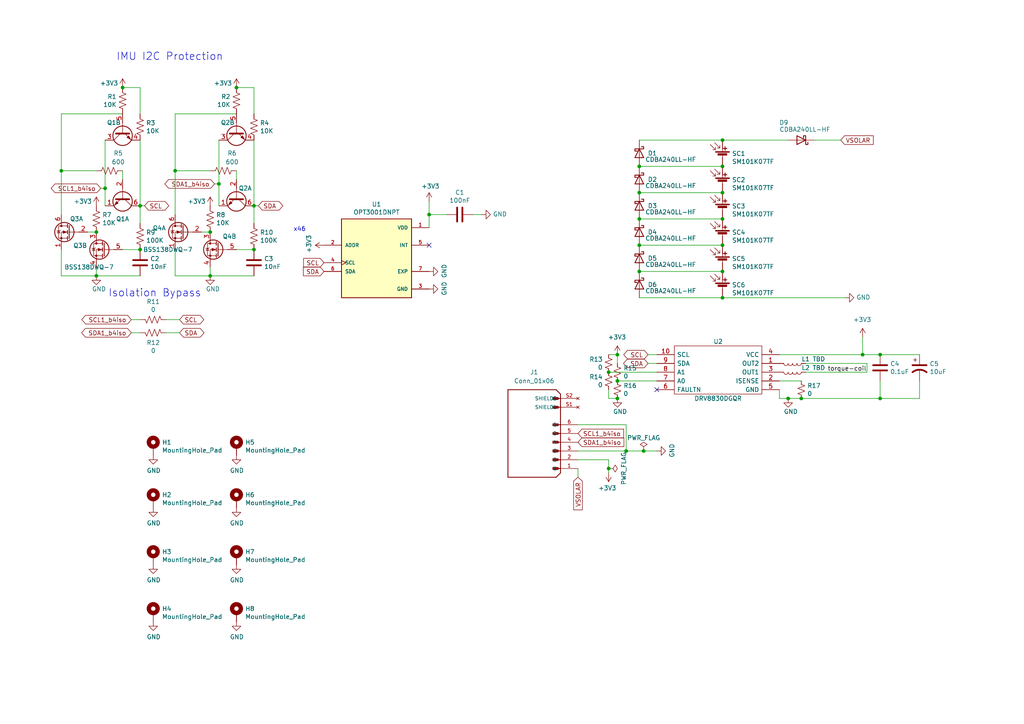
<source format=kicad_sch>
(kicad_sch (version 20211123) (generator eeschema)
  (paper "A4")
  (title_block (title "SolarPanel+-Y") (date "2021-07-30") (rev "0") (company "SSI Satellite Team") (comment 1 "Screw terminals to be taken off after this test board!"))
  (lib_symbols
    (symbol "Device:C" (pin_numbers hide) (pin_names (offset 0.254))
      (property "Reference" "C" (at 0.635 2.54 0))
      (property "Value" "Device_C" (at 0.635 -2.54 0))
      (symbol "C_0_1"
        (polyline (pts (xy -2.032 -0.762) (xy 2.032 -0.762)) (stroke (width 0.508)))
        (polyline (pts (xy -2.032 0.762) (xy 2.032 0.762)) (stroke (width 0.508)))
      )
      (symbol "C_1_1"
        (pin passive line (at 0 3.81 270) (length 2.794) (name "~") (number "1"))
        (pin passive line (at 0 -3.81 90) (length 2.794) (name "~") (number "2"))
      )
    )
    (symbol "Device:CP1" (pin_numbers hide) (pin_names (offset 0.254) hide)
      (property "Reference" "C" (at 0.635 2.54 0))
      (property "Value" "Device_CP1" (at 0.635 -2.54 0))
      (symbol "CP1_0_1"
        (polyline (pts (xy -2.032 0.762) (xy 2.032 0.762)) (stroke (width 0.508)))
        (polyline (pts (xy -1.778 2.286) (xy -0.762 2.286)))
        (polyline (pts (xy -1.27 1.778) (xy -1.27 2.794)))
        (arc (start 2.032 -1.27) (mid 0 -0.5572) (end -2.032 -1.27) (stroke (width 0.508)))
      )
      (symbol "CP1_1_1"
        (pin passive line (at 0 3.81 270) (length 2.794) (name "~") (number "1"))
        (pin passive line (at 0 -3.81 90) (length 3.302) (name "~") (number "2"))
      )
    )
    (symbol "Device:D_Schottky" (pin_numbers hide) (pin_names (offset 1.016) hide)
      (property "Reference" "D" (at 0 2.54 0))
      (property "Value" "Device_D_Schottky" (at 0 -2.54 0))
      (symbol "D_Schottky_0_1"
        (polyline (pts (xy 1.27 0) (xy -1.27 0)))
        (polyline (pts (xy 1.27 1.27) (xy 1.27 -1.27) (xy -1.27 0) (xy 1.27 1.27)) (stroke (width 0.254)))
        (polyline (pts (xy -1.905 0.635) (xy -1.905 1.27) (xy -1.27 1.27) (xy -1.27 -1.27) (xy -0.635 -1.27) (xy -0.635 -0.635)) (stroke (width 0.254)))
      )
      (symbol "D_Schottky_1_1"
        (pin passive line (at -3.81 0 0) (length 2.54) (name "K") (number "1"))
        (pin passive line (at 3.81 0 180) (length 2.54) (name "A") (number "2"))
      )
    )
    (symbol "Device:L" (pin_numbers hide) (pin_names (offset 1.016) hide)
      (property "Reference" "L" (at -1.27 0 90))
      (property "Value" "L" (at 1.905 0 90))
      (symbol "L_0_1"
        (arc (start 0 -2.54) (mid 0.635 -1.905) (end 0 -1.27))
        (arc (start 0 -1.27) (mid 0.635 -0.635) (end 0 0))
        (arc (start 0 0) (mid 0.635 0.635) (end 0 1.27))
        (arc (start 0 1.27) (mid 0.635 1.905) (end 0 2.54))
      )
      (symbol "L_1_1"
        (pin passive line (at 0 3.81 270) (length 1.27) (name "1") (number "1"))
        (pin passive line (at 0 -3.81 90) (length 1.27) (name "2") (number "2"))
      )
    )
    (symbol "Device:R_Small_US" (pin_numbers hide) (pin_names (offset 0.254) hide)
      (property "Reference" "R" (at 0.762 0.508 0))
      (property "Value" "R_Small_US" (at 0.762 -1.016 0))
      (symbol "R_Small_US_1_1"
        (polyline (pts (xy 0 0) (xy 1.016 -0.381) (xy 0 -0.762) (xy -1.016 -1.143) (xy 0 -1.524)))
        (polyline (pts (xy 0 1.524) (xy 1.016 1.143) (xy 0 0.762) (xy -1.016 0.381) (xy 0 0)))
        (pin passive line (at 0 2.54 270) (length 1.016) (name "~") (number "1"))
        (pin passive line (at 0 -2.54 90) (length 1.016) (name "~") (number "2"))
      )
    )
    (symbol "Device:R_US" (pin_numbers hide) (pin_names (offset 0))
      (property "Reference" "R" (at 2.54 0 90))
      (property "Value" "Device_R_US" (at -2.54 0 90))
      (symbol "R_US_0_1"
        (polyline (pts (xy 0 -2.286) (xy 0 -2.54)))
        (polyline (pts (xy 0 2.286) (xy 0 2.54)))
        (polyline (pts (xy 0 -0.762) (xy 1.016 -1.143) (xy 0 -1.524) (xy -1.016 -1.905) (xy 0 -2.286)))
        (polyline (pts (xy 0 0.762) (xy 1.016 0.381) (xy 0 0) (xy -1.016 -0.381) (xy 0 -0.762)))
        (polyline (pts (xy 0 2.286) (xy 1.016 1.905) (xy 0 1.524) (xy -1.016 1.143) (xy 0 0.762)))
      )
      (symbol "R_US_1_1"
        (pin passive line (at 0 3.81 270) (length 1.27) (name "~") (number "1"))
        (pin passive line (at 0 -3.81 90) (length 1.27) (name "~") (number "2"))
      )
    )
    (symbol "Device:Solar_Cell" (pin_numbers hide) (pin_names (offset 0) hide)
      (property "Reference" "SC" (at 2.54 2.54 0))
      (property "Value" "Device_Solar_Cell" (at 2.54 0 0))
      (symbol "Solar_Cell_0_1"
        (rectangle (start -2.032 1.778) (end 2.032 1.524) (fill (type outline)))
        (rectangle (start -1.3208 1.1938) (end 1.27 0.6858) (fill (type outline)))
        (polyline (pts (xy -2.032 2.286) (xy -3.556 3.81)))
        (polyline (pts (xy -0.762 2.794) (xy -2.286 4.318)))
        (polyline (pts (xy 0 0.762) (xy 0 0)))
        (polyline (pts (xy 0 1.778) (xy 0 2.54)))
        (polyline (pts (xy 0.254 2.667) (xy 1.27 2.667)) (stroke (width 0.254)))
        (polyline (pts (xy 0.762 3.175) (xy 0.762 2.159)) (stroke (width 0.254)))
        (polyline (pts (xy -2.032 3.048) (xy -2.032 2.286) (xy -2.794 2.286)))
        (polyline (pts (xy -0.762 3.556) (xy -0.762 2.794) (xy -1.524 2.794)))
      )
      (symbol "Solar_Cell_1_1"
        (pin passive line (at 0 5.08 270) (length 2.54) (name "+") (number "1"))
        (pin passive line (at 0 -2.54 90) (length 2.54) (name "-") (number "2"))
      )
    )
    (symbol "Mechanical:MountingHole_Pad" (pin_numbers hide) (pin_names (offset 1.016) hide)
      (property "Reference" "H" (at 0 6.35 0))
      (property "Value" "Mechanical_MountingHole_Pad" (at 0 4.445 0))
      (symbol "MountingHole_Pad_0_1"
        (circle (center 0 1.27) (radius 1.27) (stroke (width 1.27)))
      )
      (symbol "MountingHole_Pad_1_1"
        (pin input line (at 0 -2.54 90) (length 2.54) (name "1") (number "1"))
      )
    )
    (symbol "Transistor_BJT:MBT2222ADW1T1" (pin_names (offset 0) hide)
      (property "Reference" "Q" (at 5.08 1.27 0))
      (property "Value" "MBT2222ADW1T1" (at 5.08 -1.27 0))
      (symbol "MBT2222ADW1T1_0_1"
        (polyline (pts (xy 0.635 0) (xy -2.54 0)))
        (polyline (pts (xy 0.635 0.635) (xy 2.54 2.54)))
        (polyline (pts (xy 0.635 -0.635) (xy 2.54 -2.54) (xy 2.54 -2.54)))
        (polyline (pts (xy 0.635 1.905) (xy 0.635 -1.905) (xy 0.635 -1.905)) (stroke (width 0.508)))
        (polyline (pts (xy 1.27 -1.778) (xy 1.778 -1.27) (xy 2.286 -2.286) (xy 1.27 -1.778) (xy 1.27 -1.778)) (fill (type outline)))
        (circle (center 1.27 0) (radius 2.8194) (stroke (width 0.254)))
      )
      (symbol "MBT2222ADW1T1_1_1"
        (pin passive line (at 2.54 -5.08 90) (length 2.54) (name "E1") (number "1"))
        (pin input line (at -5.08 0 0) (length 2.54) (name "B1") (number "2"))
        (pin passive line (at 2.54 5.08 270) (length 2.54) (name "C1") (number "6"))
      )
      (symbol "MBT2222ADW1T1_2_1"
        (pin passive line (at 2.54 5.08 270) (length 2.54) (name "C2") (number "3"))
        (pin passive line (at 2.54 -5.08 90) (length 2.54) (name "E2") (number "4"))
        (pin input line (at -5.08 0 0) (length 2.54) (name "B2") (number "5"))
      )
    )
    (symbol "power:+3.3V" (power) (pin_names (offset 0))
      (property "Value" "power_+3.3V" (at 0 3.556 0))
      (symbol "+3.3V_0_1"
        (polyline (pts (xy -0.762 1.27) (xy 0 2.54)))
        (polyline (pts (xy 0 0) (xy 0 2.54)))
        (polyline (pts (xy 0 2.54) (xy 0.762 1.27)))
      )
      (symbol "+3.3V_1_1"
        (pin power_in line (at 0 0 90) (length 0) hide (name "+3V3") (number "1"))
      )
    )
    (symbol "power:GND" (power) (pin_names (offset 0))
      (property "Value" "power_GND" (at 0 -3.81 0))
      (symbol "GND_0_1"
        (polyline (pts (xy 0 0) (xy 0 -1.27) (xy 1.27 -1.27) (xy 0 -2.54) (xy -1.27 -1.27) (xy 0 -1.27)))
      )
      (symbol "GND_1_1"
        (pin power_in line (at 0 0 270) (length 0) hide (name "GND") (number "1"))
      )
    )
    (symbol "power:PWR_FLAG" (power) (pin_numbers hide) (pin_names (offset 0) hide)
      (property "Value" "power_PWR_FLAG" (at 0 3.81 0))
      (symbol "PWR_FLAG_0_0"
        (pin power_out line (at 0 0 90) (length 0) (name "pwr") (number "1"))
      )
      (symbol "PWR_FLAG_0_1"
        (polyline (pts (xy 0 0) (xy 0 1.27) (xy -1.016 1.905) (xy 0 2.54) (xy 1.016 1.905) (xy 0 1.27)))
      )
    )
    (symbol "sapling:2053380006" (pin_names (offset 1.016))
      (property "Reference" "J" (at -7.62 13.97 0))
      (property "Value" "sapling_2053380006" (at -7.62 -15.24 0))
      (symbol "2053380006_0_0"
        (rectangle (start -6.985 -10.4648) (end -5.3848 -9.8298) (fill (type outline)))
        (rectangle (start -6.985 -7.9248) (end -5.3848 -7.2898) (fill (type outline)))
        (rectangle (start -6.985 -2.8448) (end -5.3848 -2.2098) (fill (type outline)))
        (rectangle (start -6.985 -0.3048) (end -5.3848 0.3048) (fill (type outline)))
        (rectangle (start -6.985 2.2098) (end -5.3848 2.8448) (fill (type outline)))
        (rectangle (start -6.985 4.7498) (end -5.3848 5.3848) (fill (type outline)))
        (rectangle (start -6.985 7.2898) (end -5.3848 7.9248) (fill (type outline)))
        (rectangle (start -6.985 9.8298) (end -5.3848 10.4648) (fill (type outline)))
        (polyline (pts (xy -7.62 -11.43) (xy -6.35 -12.7)) (stroke (width 0.254)))
        (polyline (pts (xy -7.62 -10.16) (xy -5.715 -10.16)) (stroke (width 0.254)))
        (polyline (pts (xy -7.62 -7.62) (xy -5.715 -7.62)) (stroke (width 0.254)))
        (polyline (pts (xy -7.62 -2.54) (xy -7.62 -11.43)) (stroke (width 0.254)))
        (polyline (pts (xy -7.62 -2.54) (xy -5.715 -2.54)) (stroke (width 0.254)))
        (polyline (pts (xy -7.62 0) (xy -7.62 -2.54)) (stroke (width 0.254)))
        (polyline (pts (xy -7.62 0) (xy -5.715 0)) (stroke (width 0.254)))
        (polyline (pts (xy -7.62 2.54) (xy -7.62 0)) (stroke (width 0.254)))
        (polyline (pts (xy -7.62 2.54) (xy -5.715 2.54)) (stroke (width 0.254)))
        (polyline (pts (xy -7.62 5.08) (xy -7.62 2.54)) (stroke (width 0.254)))
        (polyline (pts (xy -7.62 5.08) (xy -5.715 5.08)) (stroke (width 0.254)))
        (polyline (pts (xy -7.62 7.62) (xy -5.715 7.62)) (stroke (width 0.254)))
        (polyline (pts (xy -7.62 10.16) (xy -5.715 10.16)) (stroke (width 0.254)))
        (polyline (pts (xy -7.62 11.43) (xy -7.62 5.08)) (stroke (width 0.254)))
        (polyline (pts (xy -7.62 11.43) (xy -6.35 12.7)) (stroke (width 0.254)))
        (polyline (pts (xy -6.35 -12.7) (xy 7.62 -12.7)) (stroke (width 0.254)))
        (polyline (pts (xy 7.62 -12.7) (xy 7.62 12.7)) (stroke (width 0.254)))
        (polyline (pts (xy 7.62 12.7) (xy -6.35 12.7)) (stroke (width 0.254)))
        (pin passive line (at -12.7 10.16 0) (length 5.08) (name "1") (number "1"))
        (pin passive line (at -12.7 7.62 0) (length 5.08) (name "2") (number "2"))
        (pin passive line (at -12.7 5.08 0) (length 5.08) (name "3") (number "3"))
        (pin passive line (at -12.7 2.54 0) (length 5.08) (name "4") (number "4"))
        (pin passive line (at -12.7 0 0) (length 5.08) (name "5") (number "5"))
        (pin passive line (at -12.7 -2.54 0) (length 5.08) (name "6") (number "6"))
        (pin no_connect line (at -12.7 -7.62 0) (length 5.08) (name "SHIELD1") (number "S1"))
        (pin no_connect line (at -12.7 -10.16 0) (length 5.08) (name "SHIELD2") (number "S2"))
      )
    )
    (symbol "sapling:OPT3001DNPT" (pin_names (offset 1.016))
      (property "Reference" "U" (at -10.16 13.97 0))
      (property "Value" "sapling_OPT3001DNPT" (at -6.35 -12.7 0))
      (symbol "OPT3001DNPT_0_0"
        (rectangle (start -10.16 -10.16) (end 10.16 12.7) (stroke (width 0.254)) (fill (type background)))
        (pin power_in line (at 15.24 10.16 180) (length 5.08) (name "VDD") (number "1"))
        (pin input line (at -15.24 5.08 0) (length 5.08) (name "ADDR") (number "2"))
        (pin power_in line (at 15.24 -7.62 180) (length 5.08) (name "GND") (number "3"))
        (pin input clock (at -15.24 0 0) (length 5.08) (name "SCL") (number "4"))
        (pin output line (at 15.24 5.08 180) (length 5.08) (name "INT") (number "5"))
        (pin bidirectional line (at -15.24 -2.54 0) (length 5.08) (name "SDA") (number "6"))
        (pin passive line (at 15.24 -2.54 180) (length 5.08) (name "EXP") (number "7"))
      )
    )
    (symbol "symbols:BSS138DWQ-7" (pin_names (offset 0.762) hide)
      (property "Reference" "Q" (at -2.54 5.08 0))
      (property "Value" "symbols_BSS138DWQ-7" (at 3.81 6.35 0))
      (symbol "BSS138DWQ-7_1_1"
        (polyline (pts (xy -1.016 0) (xy -3.81 0)))
        (polyline (pts (xy -1.016 1.905) (xy -1.016 -1.905)) (stroke (width 0.254)))
        (polyline (pts (xy -0.508 -1.27) (xy -0.508 -2.286)) (stroke (width 0.254)))
        (polyline (pts (xy -0.508 0.508) (xy -0.508 -0.508)) (stroke (width 0.254)))
        (polyline (pts (xy -0.508 2.286) (xy -0.508 1.27)) (stroke (width 0.254)))
        (polyline (pts (xy 1.27 2.54) (xy 1.27 1.778)))
        (polyline (pts (xy 1.27 -2.54) (xy 1.27 0) (xy -0.508 0)))
        (polyline (pts (xy -0.508 -1.778) (xy 2.032 -1.778) (xy 2.032 1.778) (xy -0.508 1.778)))
        (polyline (pts (xy -0.254 0) (xy 0.762 0.381) (xy 0.762 -0.381) (xy -0.254 0)) (fill (type outline)))
        (polyline (pts (xy 1.524 0.508) (xy 1.651 0.381) (xy 2.413 0.381) (xy 2.54 0.254)))
        (polyline (pts (xy 2.032 0.381) (xy 1.651 -0.254) (xy 2.413 -0.254) (xy 2.032 0.381)))
        (circle (center 0.381 0) (radius 2.794) (stroke (width 0.254)))
        (circle (center 1.27 -1.778) (radius 0.254) (fill (type outline)))
        (circle (center 1.27 1.778) (radius 0.254) (fill (type outline)))
        (pin passive line (at 1.27 -5.08 90) (length 2.54) (name "S2") (number "1"))
        (pin input line (at -6.35 0 0) (length 2.54) (name "G2") (number "2"))
        (pin passive line (at 1.27 5.08 270) (length 2.54) (name "D1") (number "6"))
      )
      (symbol "BSS138DWQ-7_2_1"
        (polyline (pts (xy -1.016 0) (xy -3.81 0)))
        (polyline (pts (xy -1.016 1.905) (xy -1.016 -1.905)) (stroke (width 0.254)))
        (polyline (pts (xy -0.508 -1.27) (xy -0.508 -2.286)) (stroke (width 0.254)))
        (polyline (pts (xy -0.508 0.508) (xy -0.508 -0.508)) (stroke (width 0.254)))
        (polyline (pts (xy -0.508 2.286) (xy -0.508 1.27)) (stroke (width 0.254)))
        (polyline (pts (xy 1.27 2.54) (xy 1.27 1.778)))
        (polyline (pts (xy 1.27 -2.54) (xy 1.27 0) (xy -0.508 0)))
        (polyline (pts (xy -0.508 -1.778) (xy 2.032 -1.778) (xy 2.032 1.778) (xy -0.508 1.778)))
        (polyline (pts (xy -0.254 0) (xy 0.762 0.381) (xy 0.762 -0.381) (xy -0.254 0)) (fill (type outline)))
        (polyline (pts (xy 1.524 0.508) (xy 1.651 0.381) (xy 2.413 0.381) (xy 2.54 0.254)))
        (polyline (pts (xy 2.032 0.381) (xy 1.651 -0.254) (xy 2.413 -0.254) (xy 2.032 0.381)))
        (circle (center 0.381 0) (radius 2.794) (stroke (width 0.254)))
        (circle (center 1.27 -1.778) (radius 0.254) (fill (type outline)))
        (circle (center 1.27 1.778) (radius 0.254) (fill (type outline)))
        (pin passive line (at 1.27 5.08 270) (length 2.54) (name "D2") (number "3"))
        (pin passive line (at 1.27 -5.08 90) (length 2.54) (name "S1") (number "4"))
        (pin input line (at -6.35 0 0) (length 2.54) (name "G1") (number "5"))
      )
    )
    (symbol "xpanel-rescue:DRV8830DGQR-symbols" (pin_names (offset 0.762))
      (property "Reference" "U" (at 0 10.16 0))
      (property "Value" "DRV8830DGQR-symbols" (at -7.62 -7.62 0))
      (symbol "DRV8830DGQR-symbols_0_0"
        (pin output line (at -17.78 2.54 0) (length 5.08) (name "OUT2") (number "1"))
        (pin unspecified line (at 17.78 5.08 180) (length 5.08) (name "SCL") (number "10"))
        (pin unspecified line (at -17.78 -5.08 0) (length 5.08) hide (name "EP") (number "11"))
        (pin unspecified line (at -17.78 -2.54 0) (length 5.08) (name "ISENSE") (number "2"))
        (pin output line (at -17.78 0 0) (length 5.08) (name "OUT1") (number "3"))
        (pin power_in line (at -17.78 5.08 0) (length 5.08) (name "VCC") (number "4"))
        (pin power_in line (at -17.78 -5.08 0) (length 5.08) (name "GND") (number "5"))
        (pin unspecified line (at 17.78 -5.08 180) (length 5.08) (name "FAULTN") (number "6"))
        (pin unspecified line (at 17.78 -2.54 180) (length 5.08) (name "A0") (number "7"))
        (pin unspecified line (at 17.78 0 180) (length 5.08) (name "A1") (number "8"))
        (pin unspecified line (at 17.78 2.54 180) (length 5.08) (name "SDA") (number "9"))
      )
      (symbol "DRV8830DGQR-symbols_0_1"
        (rectangle (start -12.7 7.62) (end 12.7 -6.35))
      )
    )
  )
  (junction (at 232.41 115.57))
  (junction (at 60.96 80.01))
  (junction (at 185.42 78.74))
  (junction (at 124.46 62.23))
  (junction (at 176.53 107.95))
  (junction (at 209.55 40.64))
  (junction (at 179.07 102.87))
  (junction (at 186.69 130.81))
  (junction (at 35.56 25.4))
  (junction (at 60.96 67.31))
  (junction (at 181.61 130.81))
  (junction (at 27.94 67.31))
  (junction (at 185.42 55.88))
  (junction (at 68.58 25.4))
  (junction (at 255.27 102.87))
  (junction (at 185.42 71.12))
  (junction (at 209.55 63.5))
  (junction (at 40.64 59.69))
  (junction (at 250.19 102.87))
  (junction (at 176.53 135.89))
  (junction (at 255.27 115.57))
  (junction (at 40.64 72.39))
  (junction (at 50.8 49.53))
  (junction (at 179.07 110.49))
  (junction (at 73.66 59.69))
  (junction (at 209.55 86.36))
  (junction (at 179.07 115.57))
  (junction (at 185.42 63.5))
  (junction (at 27.94 80.01))
  (junction (at 228.6 115.57))
  (junction (at 209.55 78.74))
  (junction (at 209.55 48.26))
  (junction (at 63.5 53.34))
  (junction (at 209.55 55.88))
  (junction (at 209.55 71.12))
  (junction (at 17.78 49.53))
  (junction (at 185.42 48.26))
  (junction (at 30.48 54.61))
  (junction (at 73.66 72.39))
  (no_connect (at 124.46 71.12))
  (no_connect (at 190.5 113.03))
  (wire (pts (xy 250.19 97.79) (xy 250.19 102.87)))
  (wire (pts (xy 185.42 55.88) (xy 209.55 55.88)))
  (wire (pts (xy 17.78 80.01) (xy 27.94 80.01)))
  (wire (pts (xy 40.64 40.64) (xy 40.64 59.69)))
  (wire (pts (xy 17.78 62.23) (xy 17.78 49.53)))
  (wire (pts (xy 176.53 107.95) (xy 190.5 107.95)))
  (wire (pts (xy 30.48 54.61) (xy 30.48 59.69)))
  (wire (pts (xy 73.66 25.4) (xy 68.58 25.4)))
  (wire (pts (xy 185.42 40.64) (xy 209.55 40.64)))
  (wire (pts (xy 255.27 110.49) (xy 255.27 115.57)))
  (wire (pts (xy 236.22 40.64) (xy 243.84 40.64)))
  (wire (pts (xy 176.53 133.35) (xy 176.53 135.89)))
  (wire (pts (xy 185.42 86.36) (xy 209.55 86.36)))
  (wire (pts (xy 40.64 92.71) (xy 38.1 92.71)))
  (wire (pts (xy 228.6 115.57) (xy 232.41 115.57)))
  (wire (pts (xy 167.64 135.89) (xy 167.64 138.43)))
  (wire (pts (xy 185.42 48.26) (xy 209.55 48.26)))
  (wire (pts (xy 190.5 110.49) (xy 179.07 110.49)))
  (wire (pts (xy 73.66 64.77) (xy 73.66 59.69)))
  (wire (pts (xy 62.23 53.34) (xy 63.5 53.34)))
  (wire (pts (xy 50.8 62.23) (xy 50.8 49.53)))
  (wire (pts (xy 40.64 96.52) (xy 38.1 96.52)))
  (wire (pts (xy 60.96 80.01) (xy 60.96 77.47)))
  (wire (pts (xy 251.46 105.41) (xy 251.46 107.95)))
  (wire (pts (xy 40.64 25.4) (xy 35.56 25.4)))
  (wire (pts (xy 52.07 96.52) (xy 48.26 96.52)))
  (wire (pts (xy 129.54 62.23) (xy 124.46 62.23)))
  (wire (pts (xy 179.07 102.87) (xy 176.53 102.87)))
  (wire (pts (xy 124.46 62.23) (xy 124.46 58.42)))
  (wire (pts (xy 179.07 105.41) (xy 179.07 102.87)))
  (wire (pts (xy 40.64 33.02) (xy 40.64 25.4)))
  (wire (pts (xy 68.58 52.07) (xy 68.58 49.53)))
  (wire (pts (xy 41.91 59.69) (xy 40.64 59.69)))
  (wire (pts (xy 50.8 49.53) (xy 50.8 33.02)))
  (wire (pts (xy 27.94 67.31) (xy 25.4 67.31)))
  (wire (pts (xy 232.41 110.49) (xy 226.06 110.49)))
  (wire (pts (xy 176.53 115.57) (xy 179.07 115.57)))
  (wire (pts (xy 209.55 86.36) (xy 245.11 86.36)))
  (wire (pts (xy 63.5 53.34) (xy 63.5 59.69)))
  (wire (pts (xy 17.78 33.02) (xy 35.56 33.02)))
  (wire (pts (xy 27.94 80.01) (xy 40.64 80.01)))
  (wire (pts (xy 226.06 113.03) (xy 226.06 115.57)))
  (wire (pts (xy 27.94 80.01) (xy 27.94 77.47)))
  (wire (pts (xy 137.16 62.23) (xy 139.7 62.23)))
  (wire (pts (xy 29.21 54.61) (xy 30.48 54.61)))
  (wire (pts (xy 255.27 115.57) (xy 232.41 115.57)))
  (wire (pts (xy 73.66 33.02) (xy 73.66 25.4)))
  (wire (pts (xy 181.61 123.19) (xy 181.61 130.81)))
  (wire (pts (xy 68.58 72.39) (xy 73.66 72.39)))
  (wire (pts (xy 50.8 33.02) (xy 68.58 33.02)))
  (wire (pts (xy 73.66 80.01) (xy 60.96 80.01)))
  (wire (pts (xy 176.53 113.03) (xy 176.53 115.57)))
  (wire (pts (xy 255.27 102.87) (xy 266.7 102.87)))
  (wire (pts (xy 266.7 110.49) (xy 266.7 115.57)))
  (wire (pts (xy 50.8 72.39) (xy 50.8 80.01)))
  (wire (pts (xy 40.64 64.77) (xy 40.64 59.69)))
  (wire (pts (xy 17.78 33.02) (xy 17.78 49.53)))
  (wire (pts (xy 226.06 102.87) (xy 250.19 102.87)))
  (wire (pts (xy 187.96 102.87) (xy 190.5 102.87)))
  (wire (pts (xy 52.07 92.71) (xy 48.26 92.71)))
  (wire (pts (xy 187.96 105.41) (xy 190.5 105.41)))
  (wire (pts (xy 185.42 71.12) (xy 209.55 71.12)))
  (wire (pts (xy 60.96 67.31) (xy 58.42 67.31)))
  (wire (pts (xy 251.46 107.95) (xy 233.68 107.95)))
  (wire (pts (xy 73.66 40.64) (xy 73.66 59.69)))
  (wire (pts (xy 35.56 52.07) (xy 35.56 49.53)))
  (wire (pts (xy 124.46 66.04) (xy 124.46 62.23)))
  (wire (pts (xy 50.8 80.01) (xy 60.96 80.01)))
  (wire (pts (xy 228.6 40.64) (xy 209.55 40.64)))
  (wire (pts (xy 176.53 135.89) (xy 176.53 137.16)))
  (wire (pts (xy 250.19 102.87) (xy 255.27 102.87)))
  (wire (pts (xy 266.7 115.57) (xy 255.27 115.57)))
  (wire (pts (xy 233.68 105.41) (xy 251.46 105.41)))
  (wire (pts (xy 167.64 130.81) (xy 181.61 130.81)))
  (wire (pts (xy 167.64 133.35) (xy 176.53 133.35)))
  (wire (pts (xy 167.64 123.19) (xy 181.61 123.19)))
  (wire (pts (xy 74.93 59.69) (xy 73.66 59.69)))
  (wire (pts (xy 27.94 49.53) (xy 17.78 49.53)))
  (wire (pts (xy 226.06 115.57) (xy 228.6 115.57)))
  (wire (pts (xy 30.48 40.64) (xy 30.48 54.61)))
  (wire (pts (xy 185.42 78.74) (xy 209.55 78.74)))
  (wire (pts (xy 186.69 130.81) (xy 190.5 130.81)))
  (wire (pts (xy 60.96 49.53) (xy 50.8 49.53)))
  (wire (pts (xy 181.61 130.81) (xy 186.69 130.81)))
  (wire (pts (xy 17.78 72.39) (xy 17.78 80.01)))
  (wire (pts (xy 35.56 72.39) (xy 40.64 72.39)))
  (wire (pts (xy 63.5 40.64) (xy 63.5 53.34)))
  (wire (pts (xy 185.42 63.5) (xy 209.55 63.5)))
  (text "IMU I2C Protection" (at 64.77 17.78 180) (effects (font (size 2.159 2.159)) (justify right bottom)))
  (text "Isolation Bypass" (at 58.42 86.36 180) (effects (font (size 2.159 2.159)) (justify right bottom)))
  (text "x46" (at 85.09 67.31 0) (effects (font (size 1.27 1.27)) (justify left bottom)))
  (label "torque-coil" (at 240.03 107.95 0))
  (global_label "SCL" (shape bidirectional) (at 187.96 102.87 180) (property "Intersheet References" "${INTERSHEET_REFS}" (effects hide)))
  (global_label "VSOLAR" (shape input) (at 167.64 138.43 270) (property "Intersheet References" "${INTERSHEET_REFS}" (effects hide)))
  (global_label "SCL" (shape bidirectional) (at 41.91 59.69 0) (property "Intersheet References" "${INTERSHEET_REFS}" (effects hide)))
  (global_label "SCL1_b4iso" (shape bidirectional) (at 38.1 92.71 180) (property "Intersheet References" "${INTERSHEET_REFS}" (effects hide)))
  (global_label "SCL" (shape input) (at 93.98 76.2 180) (property "Intersheet References" "${INTERSHEET_REFS}" (effects hide)))
  (global_label "SDA" (shape bidirectional) (at 52.07 96.52 0) (property "Intersheet References" "${INTERSHEET_REFS}" (effects hide)))
  (global_label "SCL1_b4iso" (shape input) (at 167.64 125.73 0) (property "Intersheet References" "${INTERSHEET_REFS}" (effects hide)))
  (global_label "VSOLAR" (shape input) (at 243.84 40.64 0) (property "Intersheet References" "${INTERSHEET_REFS}" (effects hide)))
  (global_label "SDA" (shape bidirectional) (at 187.96 105.41 180) (property "Intersheet References" "${INTERSHEET_REFS}" (effects hide)))
  (global_label "SDA1_b4iso" (shape input) (at 167.64 128.27 0) (property "Intersheet References" "${INTERSHEET_REFS}" (effects hide)))
  (global_label "SDA1_b4iso" (shape bidirectional) (at 62.23 53.34 180) (property "Intersheet References" "${INTERSHEET_REFS}" (effects hide)))
  (global_label "SDA" (shape input) (at 93.98 78.74 180) (property "Intersheet References" "${INTERSHEET_REFS}" (effects hide)))
  (global_label "SCL1_b4iso" (shape bidirectional) (at 29.21 54.61 180) (property "Intersheet References" "${INTERSHEET_REFS}" (effects hide)))
  (global_label "SCL" (shape bidirectional) (at 52.07 92.71 0) (property "Intersheet References" "${INTERSHEET_REFS}" (effects hide)))
  (global_label "SDA" (shape bidirectional) (at 74.93 59.69 0) (property "Intersheet References" "${INTERSHEET_REFS}" (effects hide)))
  (global_label "SDA1_b4iso" (shape bidirectional) (at 38.1 96.52 180) (property "Intersheet References" "${INTERSHEET_REFS}" (effects hide)))
  (symbol (lib_id "Device:D_Schottky") (at 185.42 44.45 270) (unit 1)
    (property "Reference" "D1" (at 189.23 44.45 90))
    (property "Value" "CDBA240LL-HF" (at 201.93 46.99 90) (effects (justify right bottom)))
    (property "Footprint" "sapling:DO-214AC" (effects hide))
  )
  (symbol (lib_id "Device:D_Schottky") (at 232.41 40.64 180) (unit 1)
    (property "Reference" "D9" (at 227.33 35.56 0))
    (property "Value" "CDBA240LL-HF" (at 226.06 36.83 0) (effects (justify right bottom)))
    (property "Footprint" "sapling:DO-214AC" (effects hide))
  )
  (symbol (lib_id "Device:D_Schottky") (at 185.42 52.07 270) (unit 1)
    (property "Reference" "D2" (at 189.23 52.07 90))
    (property "Value" "CDBA240LL-HF" (at 201.93 54.61 90) (effects (justify right bottom)))
    (property "Footprint" "sapling:DO-214AC" (effects hide))
  )
  (symbol (lib_id "Device:Solar_Cell") (at 209.55 53.34 0) (unit 1)
    (property "Reference" "SC2" (at 212.2932 52.1716 0) (effects (justify left)))
    (property "Value" "SM101K07TF" (at 212.2932 54.483 0) (effects (justify left)))
    (property "Footprint" "sapling:SM101K07TF" (effects hide))
  )
  (symbol (lib_id "Device:D_Schottky") (at 185.42 59.69 270) (unit 1)
    (property "Reference" "D3" (at 189.23 59.69 90))
    (property "Value" "CDBA240LL-HF" (at 201.93 62.23 90) (effects (justify right bottom)))
    (property "Footprint" "sapling:DO-214AC" (effects hide))
  )
  (symbol (lib_id "Device:Solar_Cell") (at 209.55 60.96 0) (unit 1)
    (property "Reference" "SC3" (at 212.2932 59.7916 0) (effects (justify left)))
    (property "Value" "SM101K07TF" (at 212.2932 62.103 0) (effects (justify left)))
    (property "Footprint" "sapling:SM101K07TF" (effects hide))
  )
  (symbol (lib_id "Device:D_Schottky") (at 185.42 67.31 270) (unit 1)
    (property "Reference" "D4" (at 189.23 67.31 90))
    (property "Value" "CDBA240LL-HF" (at 201.93 69.85 90) (effects (justify right bottom)))
    (property "Footprint" "sapling:DO-214AC" (effects hide))
  )
  (symbol (lib_id "sapling:OPT3001DNPT") (at 109.22 76.2 0) (unit 1)
    (property "Reference" "U1" (at 109.22 59.2582 0))
    (property "Value" "OPT3001DNPT" (at 109.22 61.5696 0))
    (property "Footprint" "sapling:OPT3001" (effects hide))
    (property "STANDARD" "IPC 7351B" (effects hide))
  )
  (symbol (lib_id "Device:D_Schottky") (at 185.42 74.93 270) (unit 1)
    (property "Reference" "D5" (at 189.23 74.93 90))
    (property "Value" "CDBA240LL-HF" (at 201.93 77.47 90) (effects (justify right bottom)))
    (property "Footprint" "sapling:DO-214AC" (effects hide))
  )
  (symbol (lib_id "Device:Solar_Cell") (at 209.55 83.82 0) (unit 1)
    (property "Reference" "SC6" (at 212.2932 82.6516 0) (effects (justify left)))
    (property "Value" "SM101K07TF" (at 212.2932 84.963 0) (effects (justify left)))
    (property "Footprint" "sapling:SM101K07TF" (effects hide))
  )
  (symbol (lib_id "power:+3.3V") (at 124.46 58.42 0) (unit 1)
    (property "Reference" "#PWR0102" (effects hide))
    (property "Value" "+3.3V" (at 124.841 54.0258 0))
  )
  (symbol (lib_id "power:GND") (at 139.7 62.23 90) (unit 1)
    (property "Reference" "#PWR0103" (effects hide))
    (property "Value" "GND" (at 142.9512 62.103 90) (effects (justify right)))
  )
  (symbol (lib_id "sapling:2053380006") (at 154.94 125.73 180) (unit 1)
    (property "Reference" "J1" (at 154.94 107.95 0))
    (property "Value" "Conn_01x06" (at 154.94 110.49 0))
    (property "Footprint" "sapling:MOLEX_2053380006" (effects hide))
  )
  (symbol (lib_id "power:GND") (at 190.5 130.81 90) (unit 1)
    (property "Reference" "#PWR0110" (effects hide))
    (property "Value" "GND" (at 194.8942 130.683 0))
  )
  (symbol (lib_id "Mechanical:MountingHole_Pad") (at 44.45 129.54 0) (unit 1)
    (property "Reference" "H1" (at 46.99 128.2954 0) (effects (justify left)))
    (property "Value" "MountingHole_Pad" (at 46.99 130.6068 0) (effects (justify left)))
    (property "Footprint" "MountingHole:MountingHole_2.2mm_M2_DIN965_Pad_TopBottom" (effects hide))
  )
  (symbol (lib_id "power:GND") (at 44.45 132.08 0) (unit 1)
    (property "Reference" "#PWR01" (effects hide))
    (property "Value" "GND" (at 44.577 136.4742 0))
  )
  (symbol (lib_id "Mechanical:MountingHole_Pad") (at 68.58 129.54 0) (unit 1)
    (property "Reference" "H5" (at 71.12 128.2954 0) (effects (justify left)))
    (property "Value" "MountingHole_Pad" (at 71.12 130.6068 0) (effects (justify left)))
    (property "Footprint" "MountingHole:MountingHole_2.2mm_M2_DIN965_Pad_TopBottom" (effects hide))
  )
  (symbol (lib_id "power:GND") (at 68.58 132.08 0) (unit 1)
    (property "Reference" "#PWR05" (effects hide))
    (property "Value" "GND" (at 68.707 136.4742 0))
  )
  (symbol (lib_id "Mechanical:MountingHole_Pad") (at 44.45 144.78 0) (unit 1)
    (property "Reference" "H2" (at 46.99 143.5354 0) (effects (justify left)))
    (property "Value" "MountingHole_Pad" (at 46.99 145.8468 0) (effects (justify left)))
    (property "Footprint" "MountingHole:MountingHole_2.2mm_M2_DIN965_Pad_TopBottom" (effects hide))
  )
  (symbol (lib_id "power:GND") (at 44.45 147.32 0) (unit 1)
    (property "Reference" "#PWR02" (effects hide))
    (property "Value" "GND" (at 44.577 151.7142 0))
  )
  (symbol (lib_id "Mechanical:MountingHole_Pad") (at 68.58 144.78 0) (unit 1)
    (property "Reference" "H6" (at 71.12 143.5354 0) (effects (justify left)))
    (property "Value" "MountingHole_Pad" (at 71.12 145.8468 0) (effects (justify left)))
    (property "Footprint" "MountingHole:MountingHole_2.2mm_M2_DIN965_Pad_TopBottom" (effects hide))
  )
  (symbol (lib_id "power:GND") (at 68.58 147.32 0) (unit 1)
    (property "Reference" "#PWR06" (effects hide))
    (property "Value" "GND" (at 68.707 151.7142 0))
  )
  (symbol (lib_id "Mechanical:MountingHole_Pad") (at 44.45 161.29 0) (unit 1)
    (property "Reference" "H3" (at 46.99 160.0454 0) (effects (justify left)))
    (property "Value" "MountingHole_Pad" (at 46.99 162.3568 0) (effects (justify left)))
    (property "Footprint" "MountingHole:MountingHole_2.2mm_M2_DIN965_Pad_TopBottom" (effects hide))
  )
  (symbol (lib_id "power:GND") (at 44.45 163.83 0) (unit 1)
    (property "Reference" "#PWR03" (effects hide))
    (property "Value" "GND" (at 44.577 168.2242 0))
  )
  (symbol (lib_id "Mechanical:MountingHole_Pad") (at 68.58 161.29 0) (unit 1)
    (property "Reference" "H7" (at 71.12 160.0454 0) (effects (justify left)))
    (property "Value" "MountingHole_Pad" (at 71.12 162.3568 0) (effects (justify left)))
    (property "Footprint" "MountingHole:MountingHole_2.2mm_M2_DIN965_Pad_TopBottom" (effects hide))
  )
  (symbol (lib_id "power:GND") (at 68.58 163.83 0) (unit 1)
    (property "Reference" "#PWR07" (effects hide))
    (property "Value" "GND" (at 68.707 168.2242 0))
  )
  (symbol (lib_id "Mechanical:MountingHole_Pad") (at 44.45 177.8 0) (unit 1)
    (property "Reference" "H4" (at 46.99 176.5554 0) (effects (justify left)))
    (property "Value" "MountingHole_Pad" (at 46.99 178.8668 0) (effects (justify left)))
    (property "Footprint" "MountingHole:MountingHole_2.2mm_M2_DIN965_Pad_TopBottom" (effects hide))
  )
  (symbol (lib_id "power:GND") (at 44.45 180.34 0) (unit 1)
    (property "Reference" "#PWR04" (effects hide))
    (property "Value" "GND" (at 44.577 184.7342 0))
  )
  (symbol (lib_id "Mechanical:MountingHole_Pad") (at 68.58 177.8 0) (unit 1)
    (property "Reference" "H8" (at 71.12 176.5554 0) (effects (justify left)))
    (property "Value" "MountingHole_Pad" (at 71.12 178.8668 0) (effects (justify left)))
    (property "Footprint" "MountingHole:MountingHole_2.2mm_M2_DIN965_Pad_TopBottom" (effects hide))
  )
  (symbol (lib_id "power:GND") (at 68.58 180.34 0) (unit 1)
    (property "Reference" "#PWR08" (effects hide))
    (property "Value" "GND" (at 68.707 184.7342 0))
  )
  (symbol (lib_id "Device:Solar_Cell") (at 209.55 68.58 0) (unit 1)
    (property "Reference" "SC4" (at 212.2932 67.4116 0) (effects (justify left)))
    (property "Value" "SM101K07TF" (at 212.2932 69.723 0) (effects (justify left)))
    (property "Footprint" "sapling:SM101K07TF" (effects hide))
  )
  (symbol (lib_id "Device:C") (at 133.35 62.23 90) (unit 1)
    (property "Reference" "C1" (at 133.35 55.8292 90))
    (property "Value" "100nF" (at 133.35 58.1406 90))
    (property "Footprint" "Capacitor_SMD:C_0603_1608Metric" (effects hide))
  )
  (symbol (lib_id "power:GND") (at 124.46 78.74 90) (unit 1)
    (property "Reference" "#PWR0101" (effects hide))
    (property "Value" "GND" (at 128.8542 78.613 0))
  )
  (symbol (lib_id "Device:Solar_Cell") (at 209.55 45.72 0) (unit 1)
    (property "Reference" "SC1" (at 212.2932 44.5516 0) (effects (justify left)))
    (property "Value" "SM101K07TF" (at 212.2932 46.863 0) (effects (justify left)))
    (property "Footprint" "sapling:SM101K07TF" (effects hide))
  )
  (symbol (lib_id "Device:Solar_Cell") (at 209.55 76.2 0) (unit 1)
    (property "Reference" "SC5" (at 212.2932 75.0316 0) (effects (justify left)))
    (property "Value" "SM101K07TF" (at 212.2932 77.343 0) (effects (justify left)))
    (property "Footprint" "sapling:SM101K07TF" (effects hide))
  )
  (symbol (lib_id "Device:D_Schottky") (at 185.42 82.55 270) (unit 1)
    (property "Reference" "D6" (at 189.23 82.55 90))
    (property "Value" "CDBA240LL-HF" (at 201.93 85.09 90) (effects (justify right bottom)))
    (property "Footprint" "sapling:DO-214AC" (effects hide))
  )
  (symbol (lib_id "power:GND") (at 245.11 86.36 90) (unit 1)
    (property "Reference" "#PWR0109" (effects hide))
    (property "Value" "GND" (at 248.3612 86.233 90) (effects (justify right)))
  )
  (symbol (lib_id "power:+3.3V") (at 176.53 137.16 180) (unit 1)
    (property "Reference" "#PWR0111" (effects hide))
    (property "Value" "+3.3V" (at 176.149 141.5542 0))
  )
  (symbol (lib_id "power:GND") (at 124.46 83.82 90) (unit 1)
    (property "Reference" "#PWR0112" (effects hide))
    (property "Value" "GND" (at 128.8542 83.693 0))
  )
  (symbol (lib_id "power:PWR_FLAG") (at 176.53 135.89 270) (unit 1)
    (property "Reference" "#FLG0101" (effects hide))
    (property "Value" "PWR_FLAG" (at 180.9242 135.89 0))
  )
  (symbol (lib_id "power:PWR_FLAG") (at 186.69 130.81 0) (unit 1)
    (property "Reference" "#FLG0102" (effects hide))
    (property "Value" "PWR_FLAG" (at 186.69 127 0))
  )
  (symbol (lib_id "Device:R_US") (at 35.56 29.21 0) (unit 1)
    (property "Reference" "R1" (at 33.8328 28.0416 0) (effects (justify right)))
    (property "Value" "10K" (at 33.8328 30.353 0) (effects (justify right)))
    (property "Footprint" "Resistor_SMD:R_0603_1608Metric" (effects hide))
  )
  (symbol (lib_id "power:+3.3V") (at 93.98 71.12 90) (unit 1)
    (property "Reference" "#PWR?" (effects hide))
    (property "Value" "+3.3V" (at 89.5858 70.739 0))
  )
  (symbol (lib_id "power:+3.3V") (at 27.94 59.69 0) (mirror y) (unit 1)
    (property "Reference" "#PWR?" (effects hide))
    (property "Value" "+3.3V" (at 26.67 58.42 0) (effects (justify left)))
  )
  (symbol (lib_id "Device:CP1") (at 266.7 106.68 0) (unit 1)
    (property "Reference" "C5" (at 269.621 105.5116 0) (effects (justify left)))
    (property "Value" "10uF" (at 269.621 107.823 0) (effects (justify left)))
    (property "Footprint" "Capacitor_SMD:C_0805_2012Metric" (effects hide))
  )
  (symbol (lib_id "Device:R_US") (at 64.77 49.53 270) (unit 1)
    (property "Reference" "R6" (at 67.31 44.45 90))
    (property "Value" "600" (at 67.31 46.99 90))
    (property "Footprint" "Resistor_SMD:R_0603_1608Metric" (effects hide))
  )
  (symbol (lib_id "Device:R_US") (at 27.94 63.5 180) (unit 1)
    (property "Reference" "R7" (at 29.6672 62.3316 0) (effects (justify right)))
    (property "Value" "10K" (at 29.6672 64.643 0) (effects (justify right)))
    (property "Footprint" "Resistor_SMD:R_0603_1608Metric" (effects hide))
  )
  (symbol (lib_id "symbols:BSS138DWQ-7") (at 62.23 72.39 0) (mirror y) (unit 2)
    (property "Reference" "Q4" (at 68.58 68.58 0) (effects (justify left)))
    (property "Value" "BSS138DWQ-7" (effects hide))
    (property "Footprint" "custom-footprints:BSS138DWQ-7" (effects hide))
    (property "Datasheet" "https://www.diodes.com/assets/Datasheets/BSS138DWQ.pdf" (effects hide))
    (property "Description" "MOSFET BSS Family" (effects hide))
    (property "Height" "1.1" (effects hide))
    (property "Manufacturer_Name" "Diodes Inc." (effects hide))
    (property "Manufacturer_Part_Number" "BSS138DWQ-7" (effects hide))
    (property "Mouser Part Number" "621-BSS138DWQ-7" (effects hide))
    (property "Mouser Price/Stock" "https://www.mouser.co.uk/ProductDetail/Diodes-Incorporated/BSS138DWQ-7?qs=nJRy1mI8RR9wz3YdMQOQIA%3D%3D" (effects hide))
  )
  (symbol (lib_id "Transistor_BJT:MBT2222ADW1T1") (at 35.56 57.15 270) (unit 1)
    (property "Reference" "Q1" (at 35.56 63.5 90))
    (property "Value" "MBT2222ADW1T1" (effects hide))
    (property "Footprint" "Package_TO_SOT_SMD:SOT-363_SC-70-6" (effects hide))
    (property "Datasheet" "http://www.onsemi.com/pub_link/Collateral/MBT2222ADW1T1-D.PDF" (effects hide))
  )
  (symbol (lib_id "Device:C") (at 255.27 106.68 0) (unit 1)
    (property "Reference" "C4" (at 258.191 105.5116 0) (effects (justify left)))
    (property "Value" "0.1uF" (at 258.191 107.823 0) (effects (justify left)))
    (property "Footprint" "Capacitor_SMD:C_0402_1005Metric" (effects hide))
  )
  (symbol (lib_id "Transistor_BJT:MBT2222ADW1T1") (at 35.56 38.1 90) (mirror x) (unit 2)
    (property "Reference" "Q1" (at 33.02 35.56 90))
    (property "Value" "MBT2222ADW1T1" (effects hide))
    (property "Footprint" "Package_TO_SOT_SMD:SOT-363_SC-70-6" (effects hide))
    (property "Datasheet" "http://www.onsemi.com/pub_link/Collateral/MBT2222ADW1T1-D.PDF" (effects hide))
  )
  (symbol (lib_id "Device:L") (at 229.87 107.95 270) (unit 1)
    (property "Reference" "L2" (at 233.68 106.68 90))
    (property "Value" "TBD" (at 237.49 106.68 90))
    (property "Footprint" "Inductor_SMD:L_0603_1608Metric" (effects hide))
  )
  (symbol (lib_id "Device:R_Small_US") (at 232.41 113.03 180) (unit 1)
    (property "Reference" "R17" (at 234.1372 111.8616 0) (effects (justify right)))
    (property "Value" "0" (at 234.1372 114.173 0) (effects (justify right)))
    (property "Footprint" "Resistor_SMD:R_0402_1005Metric" (effects hide))
  )
  (symbol (lib_id "power:GND") (at 179.07 115.57 0) (mirror y) (unit 1)
    (property "Reference" "#PWR?" (effects hide))
    (property "Value" "GND" (at 177.8 119.38 0) (effects (justify right)))
  )
  (symbol (lib_id "power:+3.3V") (at 35.56 25.4 0) (mirror y) (unit 1)
    (property "Reference" "#PWR?" (effects hide))
    (property "Value" "+3.3V" (at 34.29 24.13 0) (effects (justify left)))
  )
  (symbol (lib_id "power:+3.3V") (at 179.07 102.87 0) (mirror y) (unit 1)
    (property "Reference" "#PWR?" (effects hide))
    (property "Value" "+3.3V" (at 181.61 97.79 0) (effects (justify left)))
  )
  (symbol (lib_id "symbols:BSS138DWQ-7") (at 19.05 67.31 0) (mirror y) (unit 1)
    (property "Reference" "Q3" (at 24.13 63.5 0) (effects (justify left)))
    (property "Value" "BSS138DWQ-7" (effects hide))
    (property "Footprint" "custom-footprints:BSS138DWQ-7" (effects hide))
    (property "Datasheet" "https://www.diodes.com/assets/Datasheets/BSS138DWQ.pdf" (effects hide))
    (property "Description" "MOSFET BSS Family" (effects hide))
    (property "Height" "1.1" (effects hide))
    (property "Manufacturer_Name" "Diodes Inc." (effects hide))
    (property "Manufacturer_Part_Number" "BSS138DWQ-7" (effects hide))
    (property "Mouser Part Number" "621-BSS138DWQ-7" (effects hide))
    (property "Mouser Price/Stock" "https://www.mouser.co.uk/ProductDetail/Diodes-Incorporated/BSS138DWQ-7?qs=nJRy1mI8RR9wz3YdMQOQIA%3D%3D" (effects hide))
  )
  (symbol (lib_id "Device:R_US") (at 40.64 36.83 180) (unit 1)
    (property "Reference" "R3" (at 42.3672 35.6616 0) (effects (justify right)))
    (property "Value" "10K" (at 42.3672 37.973 0) (effects (justify right)))
    (property "Footprint" "Resistor_SMD:R_0402_1005Metric" (effects hide))
  )
  (symbol (lib_id "Device:R_Small_US") (at 179.07 107.95 180) (unit 1)
    (property "Reference" "R15" (at 180.7972 106.7816 0) (effects (justify right)))
    (property "Value" "0" (at 180.7972 109.093 0) (effects (justify right)))
    (property "Footprint" "Resistor_SMD:R_0402_1005Metric" (effects hide))
  )
  (symbol (lib_id "power:GND") (at 60.96 80.01 0) (mirror y) (unit 1)
    (property "Reference" "#PWR?" (effects hide))
    (property "Value" "GND" (at 59.69 83.82 0) (effects (justify right)))
  )
  (symbol (lib_id "power:GND") (at 228.6 115.57 0) (mirror y) (unit 1)
    (property "Reference" "#PWR?" (effects hide))
    (property "Value" "GND" (at 227.33 119.38 0) (effects (justify right)))
  )
  (symbol (lib_id "Device:R_US") (at 60.96 63.5 180) (unit 1)
    (property "Reference" "R8" (at 62.6872 62.3316 0) (effects (justify right)))
    (property "Value" "10K" (at 62.6872 64.643 0) (effects (justify right)))
    (property "Footprint" "Resistor_SMD:R_0603_1608Metric" (effects hide))
  )
  (symbol (lib_id "Device:R_US") (at 40.64 68.58 180) (unit 1)
    (property "Reference" "R9" (at 42.3672 67.4116 0) (effects (justify right)))
    (property "Value" "100K" (at 42.3672 69.723 0) (effects (justify right)))
    (property "Footprint" "Resistor_SMD:R_0603_1608Metric" (effects hide))
  )
  (symbol (lib_id "Device:R_US") (at 68.58 29.21 0) (unit 1)
    (property "Reference" "R2" (at 66.8528 28.0416 0) (effects (justify right)))
    (property "Value" "10K" (at 66.8528 30.353 0) (effects (justify right)))
    (property "Footprint" "Resistor_SMD:R_0603_1608Metric" (effects hide))
  )
  (symbol (lib_id "Device:L") (at 229.87 105.41 270) (unit 1)
    (property "Reference" "L1" (at 233.68 104.14 90))
    (property "Value" "TBD" (at 237.49 104.14 90))
    (property "Footprint" "Inductor_SMD:L_0603_1608Metric" (effects hide))
  )
  (symbol (lib_id "Device:R_Small_US") (at 176.53 105.41 180) (unit 1)
    (property "Reference" "R13" (at 174.8282 104.2416 0) (effects (justify left)))
    (property "Value" "0" (at 174.8282 106.553 0) (effects (justify left)))
    (property "Footprint" "Resistor_SMD:R_0402_1005Metric" (effects hide))
  )
  (symbol (lib_id "Device:R_US") (at 73.66 68.58 180) (unit 1)
    (property "Reference" "R10" (at 75.3872 67.4116 0) (effects (justify right)))
    (property "Value" "100K" (at 75.3872 69.723 0) (effects (justify right)))
    (property "Footprint" "Resistor_SMD:R_0603_1608Metric" (effects hide))
  )
  (symbol (lib_id "Device:R_US") (at 73.66 36.83 180) (unit 1)
    (property "Reference" "R4" (at 75.3872 35.6616 0) (effects (justify right)))
    (property "Value" "10K" (at 75.3872 37.973 0) (effects (justify right)))
    (property "Footprint" "Resistor_SMD:R_0402_1005Metric" (effects hide))
  )
  (symbol (lib_id "symbols:BSS138DWQ-7") (at 29.21 72.39 0) (mirror y) (unit 2)
    (property "Reference" "Q3" (at 25.273 71.2216 0) (effects (justify left)))
    (property "Value" "BSS138DWQ-7" (at 33.02 77.47 0) (effects (justify left)))
    (property "Footprint" "custom-footprints:BSS138DWQ-7" (effects hide))
    (property "Datasheet" "https://www.diodes.com/assets/Datasheets/BSS138DWQ.pdf" (effects hide))
    (property "Description" "MOSFET BSS Family" (effects hide))
    (property "Height" "1.1" (effects hide))
    (property "Manufacturer_Name" "Diodes Inc." (effects hide))
    (property "Manufacturer_Part_Number" "BSS138DWQ-7" (effects hide))
    (property "Mouser Part Number" "621-BSS138DWQ-7" (effects hide))
    (property "Mouser Price/Stock" "https://www.mouser.co.uk/ProductDetail/Diodes-Incorporated/BSS138DWQ-7?qs=nJRy1mI8RR9wz3YdMQOQIA%3D%3D" (effects hide))
  )
  (symbol (lib_id "Device:R_Small_US") (at 176.53 110.49 180) (unit 1)
    (property "Reference" "R14" (at 174.8282 109.3216 0) (effects (justify left)))
    (property "Value" "0" (at 174.8282 111.633 0) (effects (justify left)))
    (property "Footprint" "Resistor_SMD:R_0402_1005Metric" (effects hide))
  )
  (symbol (lib_id "Device:R_Small_US") (at 179.07 113.03 180) (unit 1)
    (property "Reference" "R16" (at 180.7972 111.8616 0) (effects (justify right)))
    (property "Value" "0" (at 180.7972 114.173 0) (effects (justify right)))
    (property "Footprint" "Resistor_SMD:R_0402_1005Metric" (effects hide))
  )
  (symbol (lib_id "power:+3.3V") (at 250.19 97.79 0) (mirror y) (unit 1)
    (property "Reference" "#PWR?" (effects hide))
    (property "Value" "+3.3V" (at 252.73 92.71 0) (effects (justify left)))
  )
  (symbol (lib_id "Transistor_BJT:MBT2222ADW1T1") (at 68.58 38.1 90) (mirror x) (unit 2)
    (property "Reference" "Q2" (at 66.04 35.56 90))
    (property "Value" "MBT2222ADW1T1" (effects hide))
    (property "Footprint" "Package_TO_SOT_SMD:SOT-363_SC-70-6" (effects hide))
    (property "Datasheet" "http://www.onsemi.com/pub_link/Collateral/MBT2222ADW1T1-D.PDF" (effects hide))
  )
  (symbol (lib_id "Device:R_US") (at 44.45 96.52 90) (mirror x) (unit 1)
    (property "Reference" "R12" (at 44.45 99.3902 90))
    (property "Value" "0" (at 44.45 101.7016 90))
    (property "Footprint" "Resistor_SMD:R_0603_1608Metric" (effects hide))
  )
  (symbol (lib_id "Device:R_US") (at 44.45 92.71 90) (mirror x) (unit 1)
    (property "Reference" "R11" (at 44.45 87.503 90))
    (property "Value" "0" (at 44.45 89.8144 90))
    (property "Footprint" "Resistor_SMD:R_0603_1608Metric" (effects hide))
  )
  (symbol (lib_id "xpanel-rescue:DRV8830DGQR-symbols") (at 208.28 107.95 0) (mirror y) (unit 1)
    (property "Reference" "U2" (at 208.28 99.06 0))
    (property "Value" "DRV8830DGQR" (at 208.28 115.57 0))
    (property "Datasheet" "http://www.ti.com/lit/ds/symlink/drv8830.pdf" (effects hide))
    (property "Description" "DRV8830DGQR, Motor Driver, 1A Low Voltage Motor Driver, 2.75 to 6.8V, 10-Pin MSOP PowerPAD" (effects hide))
    (property "Height" "1.1" (effects hide))
    (property "Manufacturer_Name" "Texas Instruments" (effects hide))
    (property "Manufacturer_Part_Number" "DRV8830DGQR" (effects hide))
    (property "Mouser Part Number" "595-DRV8830DGQR" (effects hide))
    (property "Mouser Price/Stock" "https://www.mouser.com/Search/Refine.aspx?Keyword=595-DRV8830DGQR" (effects hide))
    (property "RS Part Number" "7300559P" (effects hide))
    (property "RS Price/Stock" "http://uk.rs-online.com/web/p/products/7300559P" (effects hide))
  )
  (symbol (lib_id "Transistor_BJT:MBT2222ADW1T1") (at 68.58 57.15 270) (unit 1)
    (property "Reference" "Q2" (at 71.12 54.61 90))
    (property "Value" "MBT2222ADW1T1" (effects hide))
    (property "Footprint" "Package_TO_SOT_SMD:SOT-363_SC-70-6" (effects hide))
    (property "Datasheet" "http://www.onsemi.com/pub_link/Collateral/MBT2222ADW1T1-D.PDF" (effects hide))
  )
  (symbol (lib_id "power:+3.3V") (at 68.58 25.4 0) (mirror y) (unit 1)
    (property "Reference" "#PWR?" (effects hide))
    (property "Value" "+3.3V" (at 67.31 24.13 0) (effects (justify left)))
  )
  (symbol (lib_id "Device:R_US") (at 31.75 49.53 90) (unit 1)
    (property "Reference" "R5" (at 34.29 44.45 90))
    (property "Value" "600" (at 34.29 46.99 90))
    (property "Footprint" "Resistor_SMD:R_0603_1608Metric" (effects hide))
  )
  (symbol (lib_id "power:+3.3V") (at 60.96 59.69 0) (mirror y) (unit 1)
    (property "Reference" "#PWR?" (effects hide))
    (property "Value" "+3.3V" (at 59.69 58.42 0) (effects (justify left)))
  )
  (symbol (lib_id "Device:C") (at 73.66 76.2 0) (unit 1)
    (property "Reference" "C3" (at 76.581 75.057 0) (effects (justify left)))
    (property "Value" "10nF" (at 76.581 77.343 0) (effects (justify left)))
    (property "Footprint" "Capacitor_SMD:C_0603_1608Metric" (effects hide))
  )
  (symbol (lib_id "symbols:BSS138DWQ-7") (at 52.07 67.31 0) (mirror y) (unit 1)
    (property "Reference" "Q4" (at 48.133 66.1416 0) (effects (justify left)))
    (property "Value" "BSS138DWQ-7" (at 55.88 72.39 0) (effects (justify left)))
    (property "Footprint" "custom-footprints:BSS138DWQ-7" (effects hide))
    (property "Datasheet" "https://www.diodes.com/assets/Datasheets/BSS138DWQ.pdf" (effects hide))
    (property "Description" "MOSFET BSS Family" (effects hide))
    (property "Height" "1.1" (effects hide))
    (property "Manufacturer_Name" "Diodes Inc." (effects hide))
    (property "Manufacturer_Part_Number" "BSS138DWQ-7" (effects hide))
    (property "Mouser Part Number" "621-BSS138DWQ-7" (effects hide))
    (property "Mouser Price/Stock" "https://www.mouser.co.uk/ProductDetail/Diodes-Incorporated/BSS138DWQ-7?qs=nJRy1mI8RR9wz3YdMQOQIA%3D%3D" (effects hide))
  )
  (symbol (lib_id "power:GND") (at 27.94 80.01 0) (mirror y) (unit 1)
    (property "Reference" "#PWR?" (effects hide))
    (property "Value" "GND" (at 26.67 83.82 0) (effects (justify right)))
  )
  (symbol (lib_id "Device:C") (at 40.64 76.2 0) (unit 1)
    (property "Reference" "C2" (at 43.561 75.057 0) (effects (justify left)))
    (property "Value" "10nF" (at 43.561 77.343 0) (effects (justify left)))
    (property "Footprint" "Capacitor_SMD:C_0603_1608Metric" (effects hide))
  )
)
</source>
